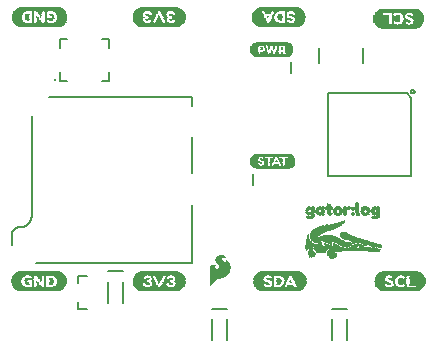
<source format=gto>
G75*
%MOIN*%
%OFA0B0*%
%FSLAX25Y25*%
%IPPOS*%
%LPD*%
%AMOC8*
5,1,8,0,0,1.08239X$1,22.5*
%
%ADD10C,0.00800*%
%ADD11R,0.10748X0.00118*%
%ADD12R,0.11457X0.00118*%
%ADD13R,0.11929X0.00079*%
%ADD14R,0.12402X0.00157*%
%ADD15R,0.12638X0.00118*%
%ADD16R,0.12874X0.00118*%
%ADD17R,0.13110X0.00079*%
%ADD18R,0.04961X0.00118*%
%ADD19R,0.03071X0.00118*%
%ADD20R,0.05079X0.00118*%
%ADD21R,0.02244X0.00157*%
%ADD22R,0.00945X0.00157*%
%ADD23R,0.01181X0.00157*%
%ADD24R,0.00472X0.00157*%
%ADD25R,0.02835X0.00157*%
%ADD26R,0.02244X0.00118*%
%ADD27R,0.00591X0.00118*%
%ADD28R,0.00945X0.00118*%
%ADD29R,0.00354X0.00118*%
%ADD30R,0.02598X0.00118*%
%ADD31R,0.02362X0.00118*%
%ADD32R,0.00472X0.00118*%
%ADD33R,0.00827X0.00118*%
%ADD34R,0.02480X0.00118*%
%ADD35R,0.02480X0.00157*%
%ADD36R,0.00236X0.00157*%
%ADD37R,0.00709X0.00157*%
%ADD38R,0.00354X0.00157*%
%ADD39R,0.00709X0.00118*%
%ADD40R,0.00236X0.00118*%
%ADD41R,0.02598X0.00157*%
%ADD42R,0.00591X0.00157*%
%ADD43R,0.00118X0.00157*%
%ADD44R,0.02717X0.00118*%
%ADD45R,0.02835X0.00118*%
%ADD46R,0.00827X0.00157*%
%ADD47R,0.01299X0.00118*%
%ADD48R,0.01654X0.00118*%
%ADD49R,0.01063X0.00118*%
%ADD50R,0.01063X0.00157*%
%ADD51R,0.01181X0.00118*%
%ADD52R,0.02126X0.00118*%
%ADD53R,0.02126X0.00157*%
%ADD54R,0.01417X0.00118*%
%ADD55R,0.13110X0.00118*%
%ADD56R,0.12402X0.00118*%
%ADD57R,0.11929X0.00118*%
%ADD58R,0.12165X0.00118*%
%ADD59R,0.12638X0.00079*%
%ADD60R,0.13110X0.00157*%
%ADD61R,0.13346X0.00118*%
%ADD62R,0.13583X0.00118*%
%ADD63R,0.13819X0.00079*%
%ADD64R,0.10630X0.00118*%
%ADD65R,0.02008X0.00118*%
%ADD66R,0.02362X0.00157*%
%ADD67R,0.03425X0.00118*%
%ADD68R,0.01535X0.00118*%
%ADD69R,0.03543X0.00118*%
%ADD70R,0.01535X0.00157*%
%ADD71R,0.01299X0.00157*%
%ADD72R,0.03543X0.00157*%
%ADD73R,0.01772X0.00118*%
%ADD74R,0.02717X0.00157*%
%ADD75R,0.02953X0.00118*%
%ADD76R,0.03189X0.00118*%
%ADD77R,0.03661X0.00118*%
%ADD78R,0.03898X0.00157*%
%ADD79R,0.03425X0.00157*%
%ADD80R,0.03307X0.00118*%
%ADD81R,0.01417X0.00157*%
%ADD82R,0.01654X0.00157*%
%ADD83R,0.03189X0.00157*%
%ADD84R,0.13819X0.00118*%
%ADD85C,0.00300*%
%ADD86C,0.01114*%
%ADD87R,0.12756X0.00157*%
%ADD88R,0.13701X0.00157*%
%ADD89R,0.14331X0.00157*%
%ADD90R,0.14961X0.00157*%
%ADD91R,0.15276X0.00157*%
%ADD92R,0.15591X0.00157*%
%ADD93R,0.15906X0.00157*%
%ADD94R,0.03780X0.00157*%
%ADD95R,0.07087X0.00157*%
%ADD96R,0.03465X0.00157*%
%ADD97R,0.01102X0.00157*%
%ADD98R,0.03307X0.00157*%
%ADD99R,0.00787X0.00157*%
%ADD100R,0.00630X0.00157*%
%ADD101R,0.02047X0.00157*%
%ADD102R,0.03150X0.00157*%
%ADD103R,0.01890X0.00157*%
%ADD104R,0.00315X0.00157*%
%ADD105R,0.01732X0.00157*%
%ADD106R,0.01575X0.00157*%
%ADD107R,0.01260X0.00157*%
%ADD108R,0.04409X0.00157*%
%ADD109R,0.03622X0.00157*%
%ADD110R,0.02205X0.00157*%
%ADD111R,0.05039X0.00157*%
%ADD112R,0.00157X0.00157*%
%ADD113R,0.02992X0.00157*%
%ADD114R,0.02520X0.00157*%
%ADD115R,0.14646X0.00157*%
%ADD116R,0.16220X0.00157*%
%ADD117R,0.16535X0.00157*%
%ADD118R,0.16850X0.00157*%
%ADD119R,0.04252X0.00157*%
%ADD120R,0.11969X0.00157*%
%ADD121R,0.04094X0.00157*%
%ADD122R,0.03937X0.00157*%
%ADD123R,0.13071X0.00157*%
%ADD124R,0.14016X0.00157*%
%ADD125R,0.04567X0.00157*%
%ADD126R,0.02677X0.00157*%
%ADD127R,0.04882X0.00157*%
%ADD128R,0.05354X0.00157*%
%ADD129R,0.12126X0.00157*%
%ADD130R,0.05197X0.00157*%
%ADD131R,0.00197X0.00079*%
%ADD132R,0.00315X0.00079*%
%ADD133R,0.00984X0.00079*%
%ADD134R,0.01102X0.00118*%
%ADD135R,0.01181X0.00079*%
%ADD136R,0.01142X0.00118*%
%ADD137R,0.01929X0.00118*%
%ADD138R,0.02047X0.00079*%
%ADD139R,0.02047X0.00118*%
%ADD140R,0.02992X0.00079*%
%ADD141R,0.00394X0.00118*%
%ADD142R,0.02992X0.00118*%
%ADD143R,0.04094X0.00079*%
%ADD144R,0.04055X0.00118*%
%ADD145R,0.00591X0.00079*%
%ADD146R,0.03976X0.00079*%
%ADD147R,0.05236X0.00079*%
%ADD148R,0.05276X0.00118*%
%ADD149R,0.00472X0.00079*%
%ADD150R,0.05276X0.00079*%
%ADD151R,0.06142X0.00118*%
%ADD152R,0.05906X0.00079*%
%ADD153R,0.05827X0.00118*%
%ADD154R,0.06811X0.00079*%
%ADD155R,0.06732X0.00118*%
%ADD156R,0.06614X0.00079*%
%ADD157R,0.06693X0.00118*%
%ADD158R,0.06299X0.00079*%
%ADD159R,0.06417X0.00118*%
%ADD160R,0.06732X0.00079*%
%ADD161R,0.06299X0.00118*%
%ADD162R,0.06417X0.00079*%
%ADD163R,0.06220X0.00118*%
%ADD164R,0.05866X0.00079*%
%ADD165R,0.05630X0.00118*%
%ADD166R,0.05433X0.00079*%
%ADD167R,0.05354X0.00118*%
%ADD168R,0.05039X0.00079*%
%ADD169R,0.04843X0.00118*%
%ADD170R,0.04764X0.00079*%
%ADD171R,0.04449X0.00118*%
%ADD172R,0.00787X0.00118*%
%ADD173R,0.04173X0.00079*%
%ADD174R,0.01260X0.00079*%
%ADD175R,0.04173X0.00118*%
%ADD176R,0.01732X0.00118*%
%ADD177R,0.03819X0.00079*%
%ADD178R,0.01929X0.00079*%
%ADD179R,0.03701X0.00118*%
%ADD180R,0.02323X0.00118*%
%ADD181R,0.03583X0.00079*%
%ADD182R,0.02520X0.00079*%
%ADD183R,0.03425X0.00079*%
%ADD184R,0.02913X0.00079*%
%ADD185R,0.03228X0.00079*%
%ADD186R,0.03110X0.00079*%
%ADD187R,0.00276X0.00118*%
%ADD188R,0.03110X0.00118*%
%ADD189R,0.00276X0.00079*%
%ADD190R,0.03031X0.00079*%
%ADD191R,0.03504X0.00079*%
%ADD192R,0.02913X0.00118*%
%ADD193R,0.03583X0.00118*%
%ADD194R,0.00394X0.00079*%
%ADD195R,0.02835X0.00079*%
%ADD196R,0.03701X0.00079*%
%ADD197R,0.03465X0.00118*%
%ADD198R,0.04094X0.00118*%
%ADD199R,0.02638X0.00079*%
%ADD200R,0.04291X0.00079*%
%ADD201R,0.02520X0.00118*%
%ADD202R,0.04370X0.00118*%
%ADD203R,0.05354X0.00079*%
%ADD204R,0.04961X0.00079*%
%ADD205R,0.02362X0.00079*%
%ADD206R,0.05945X0.00079*%
%ADD207R,0.05118X0.00079*%
%ADD208R,0.00669X0.00118*%
%ADD209R,0.06614X0.00118*%
%ADD210R,0.05433X0.00118*%
%ADD211R,0.00669X0.00079*%
%ADD212R,0.09331X0.00079*%
%ADD213R,0.05551X0.00079*%
%ADD214R,0.00748X0.00118*%
%ADD215R,0.09528X0.00118*%
%ADD216R,0.05669X0.00118*%
%ADD217R,0.00748X0.00079*%
%ADD218R,0.09724X0.00079*%
%ADD219R,0.06024X0.00079*%
%ADD220R,0.00866X0.00118*%
%ADD221R,0.09724X0.00118*%
%ADD222R,0.10000X0.00079*%
%ADD223R,0.01142X0.00079*%
%ADD224R,0.10039X0.00079*%
%ADD225R,0.10000X0.00118*%
%ADD226R,0.05157X0.00118*%
%ADD227R,0.10276X0.00079*%
%ADD228R,0.01260X0.00118*%
%ADD229R,0.10394X0.00118*%
%ADD230R,0.05236X0.00118*%
%ADD231R,0.05157X0.00079*%
%ADD232R,0.01339X0.00118*%
%ADD233R,0.05551X0.00118*%
%ADD234R,0.01457X0.00079*%
%ADD235R,0.05827X0.00079*%
%ADD236R,0.01575X0.00118*%
%ADD237R,0.02441X0.00118*%
%ADD238R,0.03504X0.00118*%
%ADD239R,0.05866X0.00118*%
%ADD240R,0.01772X0.00079*%
%ADD241R,0.02717X0.00079*%
%ADD242R,0.02323X0.00079*%
%ADD243R,0.03780X0.00079*%
%ADD244R,0.01850X0.00118*%
%ADD245R,0.02638X0.00118*%
%ADD246R,0.00315X0.00118*%
%ADD247R,0.06496X0.00118*%
%ADD248R,0.01969X0.00079*%
%ADD249R,0.02441X0.00079*%
%ADD250R,0.01850X0.00079*%
%ADD251R,0.03858X0.00079*%
%ADD252R,0.06693X0.00079*%
%ADD253R,0.02165X0.00118*%
%ADD254R,0.07205X0.00118*%
%ADD255R,0.04921X0.00079*%
%ADD256R,0.04409X0.00079*%
%ADD257R,0.00984X0.00118*%
%ADD258R,0.04488X0.00118*%
%ADD259R,0.02795X0.00079*%
%ADD260R,0.01378X0.00079*%
%ADD261R,0.00866X0.00079*%
%ADD262R,0.04685X0.00079*%
%ADD263R,0.00906X0.00118*%
%ADD264R,0.04567X0.00118*%
%ADD265R,0.00945X0.00079*%
%ADD266R,0.00787X0.00079*%
%ADD267R,0.04449X0.00079*%
%ADD268R,0.01811X0.00079*%
%ADD269R,0.04882X0.00079*%
%ADD270R,0.00906X0.00079*%
%ADD271R,0.04370X0.00079*%
%ADD272R,0.05039X0.00118*%
%ADD273R,0.01535X0.00079*%
%ADD274R,0.04055X0.00079*%
%ADD275R,0.03228X0.00118*%
%ADD276R,0.03780X0.00118*%
%ADD277R,0.03386X0.00079*%
%ADD278R,0.01969X0.00118*%
%ADD279R,0.03622X0.00079*%
%ADD280R,0.01457X0.00118*%
%ADD281R,0.08937X0.00079*%
%ADD282R,0.09134X0.00118*%
%ADD283R,0.09252X0.00079*%
%ADD284R,0.02126X0.00079*%
%ADD285R,0.01654X0.00079*%
%ADD286R,0.09843X0.00118*%
%ADD287R,0.09921X0.00079*%
%ADD288R,0.00079X0.00079*%
%ADD289R,0.10512X0.00118*%
%ADD290R,0.03031X0.00118*%
%ADD291R,0.04685X0.00118*%
%ADD292R,0.14488X0.00079*%
%ADD293R,0.06142X0.00079*%
%ADD294R,0.00709X0.00079*%
%ADD295R,0.01496X0.00079*%
%ADD296R,0.14685X0.00079*%
%ADD297R,0.01496X0.00118*%
%ADD298R,0.16811X0.00118*%
%ADD299R,0.04646X0.00079*%
%ADD300R,0.16890X0.00079*%
%ADD301R,0.00512X0.00118*%
%ADD302R,0.17008X0.00118*%
%ADD303R,0.01299X0.00079*%
%ADD304R,0.17205X0.00079*%
%ADD305R,0.17323X0.00118*%
%ADD306R,0.17402X0.00079*%
%ADD307R,0.03622X0.00118*%
%ADD308R,0.17402X0.00118*%
%ADD309R,0.01378X0.00118*%
%ADD310R,0.03386X0.00118*%
%ADD311R,0.02008X0.00079*%
%ADD312R,0.03150X0.00079*%
%ADD313R,0.02205X0.00079*%
%ADD314R,0.03150X0.00118*%
%ADD315R,0.02756X0.00079*%
%ADD316R,0.02559X0.00079*%
%ADD317R,0.00197X0.00118*%
D10*
X0238794Y0307857D02*
X0238794Y0314943D01*
X0238794Y0318369D02*
X0243716Y0318369D01*
X0243716Y0314943D02*
X0243716Y0307857D01*
X0232255Y0333782D02*
X0232255Y0353073D01*
X0232255Y0363703D02*
X0232255Y0375514D01*
X0232255Y0386144D02*
X0232255Y0388900D01*
X0184617Y0388900D01*
X0187987Y0394313D02*
X0187987Y0397463D01*
X0187987Y0394313D02*
X0190428Y0394313D01*
X0187987Y0405337D02*
X0187987Y0408487D01*
X0190428Y0408487D01*
X0202082Y0408487D02*
X0204523Y0408487D01*
X0204523Y0405337D01*
X0204523Y0397463D02*
X0204523Y0394313D01*
X0202082Y0394313D01*
X0178712Y0382601D02*
X0178712Y0349530D01*
X0178707Y0349404D01*
X0178698Y0349279D01*
X0178685Y0349154D01*
X0178668Y0349030D01*
X0178648Y0348906D01*
X0178624Y0348783D01*
X0178596Y0348661D01*
X0178564Y0348540D01*
X0178528Y0348420D01*
X0178489Y0348301D01*
X0178446Y0348183D01*
X0178399Y0348067D01*
X0178349Y0347952D01*
X0178295Y0347838D01*
X0178237Y0347727D01*
X0178177Y0347617D01*
X0178112Y0347510D01*
X0178045Y0347404D01*
X0177974Y0347300D01*
X0177900Y0347199D01*
X0177823Y0347100D01*
X0177743Y0347003D01*
X0177660Y0346909D01*
X0177575Y0346818D01*
X0177486Y0346729D01*
X0177395Y0346644D01*
X0177301Y0346561D01*
X0177204Y0346481D01*
X0177105Y0346404D01*
X0177004Y0346330D01*
X0176900Y0346259D01*
X0176794Y0346192D01*
X0176687Y0346127D01*
X0176577Y0346067D01*
X0176466Y0346009D01*
X0176352Y0345955D01*
X0176237Y0345905D01*
X0176121Y0345858D01*
X0176003Y0345815D01*
X0175884Y0345776D01*
X0175764Y0345740D01*
X0175643Y0345708D01*
X0175521Y0345680D01*
X0175398Y0345656D01*
X0175274Y0345636D01*
X0175150Y0345619D01*
X0175025Y0345606D01*
X0174900Y0345597D01*
X0174774Y0345592D01*
X0174775Y0345593D02*
X0174674Y0345599D01*
X0174574Y0345601D01*
X0174473Y0345599D01*
X0174373Y0345593D01*
X0174273Y0345583D01*
X0174173Y0345569D01*
X0174074Y0345551D01*
X0173976Y0345529D01*
X0173879Y0345504D01*
X0173782Y0345475D01*
X0173687Y0345442D01*
X0173594Y0345405D01*
X0173502Y0345364D01*
X0173411Y0345320D01*
X0173322Y0345273D01*
X0173236Y0345222D01*
X0173151Y0345168D01*
X0173068Y0345110D01*
X0172988Y0345050D01*
X0172911Y0344986D01*
X0172835Y0344919D01*
X0172763Y0344849D01*
X0172693Y0344777D01*
X0172626Y0344701D01*
X0172562Y0344624D01*
X0172502Y0344544D01*
X0172444Y0344461D01*
X0172390Y0344376D01*
X0172339Y0344290D01*
X0172292Y0344201D01*
X0172248Y0344110D01*
X0172207Y0344018D01*
X0172170Y0343925D01*
X0172137Y0343830D01*
X0172108Y0343733D01*
X0172083Y0343636D01*
X0172061Y0343538D01*
X0172043Y0343439D01*
X0172029Y0343339D01*
X0172019Y0343239D01*
X0172013Y0343139D01*
X0172011Y0343038D01*
X0172013Y0342938D01*
X0172019Y0342837D01*
X0172019Y0339687D01*
X0180287Y0333782D02*
X0232255Y0333782D01*
X0209216Y0330869D02*
X0204294Y0330869D01*
X0204294Y0327443D02*
X0204294Y0320357D01*
X0209216Y0320357D02*
X0209216Y0327443D01*
X0197149Y0329412D02*
X0193999Y0329412D01*
X0193999Y0327050D01*
X0193999Y0320750D02*
X0193999Y0318388D01*
X0197149Y0318388D01*
X0252505Y0359525D02*
X0252505Y0363275D01*
X0277456Y0362601D02*
X0277456Y0390199D01*
X0303657Y0390199D01*
X0305054Y0388802D01*
X0305054Y0362601D01*
X0277456Y0362601D01*
X0305155Y0390800D02*
X0305157Y0390849D01*
X0305163Y0390897D01*
X0305173Y0390945D01*
X0305187Y0390992D01*
X0305204Y0391038D01*
X0305225Y0391082D01*
X0305250Y0391124D01*
X0305278Y0391164D01*
X0305310Y0391202D01*
X0305344Y0391237D01*
X0305381Y0391269D01*
X0305420Y0391298D01*
X0305462Y0391324D01*
X0305506Y0391346D01*
X0305551Y0391364D01*
X0305598Y0391379D01*
X0305645Y0391390D01*
X0305694Y0391397D01*
X0305743Y0391400D01*
X0305792Y0391399D01*
X0305840Y0391394D01*
X0305889Y0391385D01*
X0305936Y0391372D01*
X0305982Y0391355D01*
X0306026Y0391335D01*
X0306069Y0391311D01*
X0306110Y0391284D01*
X0306148Y0391253D01*
X0306184Y0391220D01*
X0306216Y0391184D01*
X0306246Y0391145D01*
X0306273Y0391104D01*
X0306296Y0391060D01*
X0306315Y0391015D01*
X0306331Y0390969D01*
X0306343Y0390922D01*
X0306351Y0390873D01*
X0306355Y0390824D01*
X0306355Y0390776D01*
X0306351Y0390727D01*
X0306343Y0390678D01*
X0306331Y0390631D01*
X0306315Y0390585D01*
X0306296Y0390540D01*
X0306273Y0390496D01*
X0306246Y0390455D01*
X0306216Y0390416D01*
X0306184Y0390380D01*
X0306148Y0390347D01*
X0306110Y0390316D01*
X0306069Y0390289D01*
X0306026Y0390265D01*
X0305982Y0390245D01*
X0305936Y0390228D01*
X0305889Y0390215D01*
X0305840Y0390206D01*
X0305792Y0390201D01*
X0305743Y0390200D01*
X0305694Y0390203D01*
X0305645Y0390210D01*
X0305598Y0390221D01*
X0305551Y0390236D01*
X0305506Y0390254D01*
X0305462Y0390276D01*
X0305420Y0390302D01*
X0305381Y0390331D01*
X0305344Y0390363D01*
X0305310Y0390398D01*
X0305278Y0390436D01*
X0305250Y0390476D01*
X0305225Y0390518D01*
X0305204Y0390562D01*
X0305187Y0390608D01*
X0305173Y0390655D01*
X0305163Y0390703D01*
X0305157Y0390751D01*
X0305155Y0390800D01*
X0289122Y0400381D02*
X0289122Y0405499D01*
X0274358Y0405499D02*
X0274358Y0400381D01*
X0265005Y0400775D02*
X0265005Y0397025D01*
X0278794Y0318369D02*
X0283716Y0318369D01*
X0283716Y0314943D02*
X0283716Y0307857D01*
X0278794Y0307857D02*
X0278794Y0314943D01*
D11*
X0258737Y0402257D03*
X0258737Y0406943D03*
D12*
X0258737Y0406824D03*
X0258737Y0402376D03*
X0259109Y0369743D03*
X0259109Y0365057D03*
D13*
X0258737Y0406726D03*
D14*
X0258737Y0406608D03*
D15*
X0258737Y0406470D03*
X0258737Y0402691D03*
X0259109Y0365294D03*
D16*
X0258737Y0402809D03*
X0258737Y0406352D03*
D17*
X0258737Y0406254D03*
D18*
X0254544Y0406155D03*
X0284212Y0342128D03*
X0282755Y0340081D03*
D19*
X0258678Y0406155D03*
D20*
X0262871Y0406155D03*
D21*
X0253068Y0406017D03*
X0253068Y0403183D03*
D22*
X0255371Y0405072D03*
X0256316Y0406017D03*
X0256670Y0404128D03*
X0262221Y0405072D03*
X0262221Y0403183D03*
X0261751Y0414455D03*
X0263641Y0414455D03*
X0265058Y0414455D03*
X0265058Y0416502D03*
X0263641Y0417290D03*
X0260019Y0417132D03*
X0259074Y0415085D03*
X0259074Y0414928D03*
X0223368Y0414928D03*
X0185816Y0415243D03*
X0185816Y0415400D03*
X0185816Y0415557D03*
X0185816Y0415715D03*
X0183453Y0417290D03*
X0181564Y0416502D03*
X0180934Y0414613D03*
X0180934Y0414455D03*
X0177469Y0414455D03*
X0259641Y0368817D03*
X0271294Y0352187D03*
X0270507Y0350928D03*
X0270507Y0350770D03*
X0270507Y0350613D03*
X0273814Y0350613D03*
X0273814Y0350928D03*
X0277594Y0353132D03*
X0278224Y0349353D03*
X0284365Y0352187D03*
X0288932Y0350928D03*
X0288932Y0350613D03*
X0294287Y0349353D03*
X0297952Y0328345D03*
X0299527Y0328502D03*
X0297952Y0326298D03*
X0303306Y0325510D03*
X0263436Y0327715D03*
X0263436Y0327872D03*
X0262491Y0325668D03*
X0260759Y0328345D03*
X0258869Y0328345D03*
X0257452Y0328345D03*
X0257452Y0326298D03*
X0258869Y0325510D03*
X0219142Y0327872D03*
X0185041Y0328345D03*
X0181576Y0328345D03*
X0181576Y0328187D03*
X0180946Y0326298D03*
X0179057Y0325510D03*
X0176694Y0327085D03*
X0176694Y0327243D03*
X0176694Y0327400D03*
X0176694Y0327557D03*
X0299204Y0416790D03*
X0302983Y0413798D03*
X0304558Y0413955D03*
X0304558Y0416002D03*
D23*
X0260450Y0403183D03*
X0259505Y0406017D03*
X0257851Y0406017D03*
X0260350Y0366455D03*
D24*
X0262121Y0365983D03*
X0261058Y0368345D03*
X0256098Y0368817D03*
X0270743Y0349038D03*
X0285704Y0351085D03*
X0299448Y0327400D03*
X0299448Y0327243D03*
X0299605Y0326928D03*
X0299605Y0326770D03*
X0299605Y0326613D03*
X0303385Y0326298D03*
X0303385Y0326140D03*
X0303385Y0325668D03*
X0303385Y0328502D03*
X0303385Y0328975D03*
X0264932Y0327243D03*
X0263200Y0326928D03*
X0263042Y0326613D03*
X0263042Y0326455D03*
X0262885Y0326298D03*
X0259105Y0326298D03*
X0259105Y0326455D03*
X0259105Y0326140D03*
X0259105Y0325983D03*
X0259105Y0326770D03*
X0259105Y0326928D03*
X0259105Y0327085D03*
X0259105Y0327243D03*
X0223630Y0328817D03*
X0221268Y0327243D03*
X0221268Y0327085D03*
X0219063Y0328502D03*
X0218905Y0328817D03*
X0183230Y0328817D03*
X0183230Y0328660D03*
X0183230Y0328502D03*
X0183230Y0328345D03*
X0183230Y0328187D03*
X0183230Y0328030D03*
X0183230Y0327872D03*
X0183230Y0327715D03*
X0183230Y0327557D03*
X0183230Y0327400D03*
X0183230Y0327243D03*
X0183230Y0327085D03*
X0183230Y0326928D03*
X0183230Y0326770D03*
X0183230Y0326613D03*
X0183230Y0326455D03*
X0183230Y0326298D03*
X0183230Y0326140D03*
X0183230Y0325983D03*
X0183230Y0325825D03*
X0183230Y0325668D03*
X0181813Y0327557D03*
X0181813Y0327715D03*
X0180710Y0326928D03*
X0179135Y0326928D03*
X0179135Y0327085D03*
X0179135Y0327243D03*
X0179135Y0327400D03*
X0179135Y0327557D03*
X0179135Y0326770D03*
X0179135Y0326613D03*
X0179135Y0326455D03*
X0179135Y0326298D03*
X0179135Y0326140D03*
X0179135Y0325983D03*
X0179135Y0325825D03*
X0183230Y0328975D03*
X0183230Y0329132D03*
X0256788Y0404600D03*
X0257851Y0405072D03*
X0258678Y0404128D03*
X0259505Y0405072D03*
X0260804Y0406017D03*
X0263405Y0415557D03*
X0263405Y0415715D03*
X0263405Y0415872D03*
X0263405Y0416030D03*
X0263405Y0416345D03*
X0263405Y0416502D03*
X0263405Y0416660D03*
X0263405Y0416817D03*
X0259625Y0416502D03*
X0259468Y0416345D03*
X0259468Y0416187D03*
X0259310Y0415872D03*
X0257578Y0415557D03*
X0223605Y0413983D03*
X0223447Y0414298D03*
X0221242Y0415557D03*
X0221242Y0415715D03*
X0218880Y0413983D03*
X0183375Y0415243D03*
X0183375Y0415400D03*
X0183375Y0415557D03*
X0183375Y0415715D03*
X0183375Y0415872D03*
X0183375Y0416030D03*
X0183375Y0416187D03*
X0183375Y0416345D03*
X0183375Y0416502D03*
X0183375Y0416660D03*
X0183375Y0416817D03*
X0183375Y0416975D03*
X0181800Y0415872D03*
X0180698Y0415243D03*
X0180698Y0415085D03*
X0179280Y0415085D03*
X0179280Y0414928D03*
X0179280Y0414770D03*
X0179280Y0414613D03*
X0179280Y0414455D03*
X0179280Y0414298D03*
X0179280Y0414140D03*
X0179280Y0413983D03*
X0179280Y0413825D03*
X0179280Y0413668D03*
X0179280Y0415243D03*
X0179280Y0415400D03*
X0179280Y0415557D03*
X0179280Y0415715D03*
X0179280Y0415872D03*
X0179280Y0416030D03*
X0179280Y0416187D03*
X0179280Y0416345D03*
X0179280Y0416502D03*
X0179280Y0416660D03*
X0179280Y0416817D03*
X0179280Y0416975D03*
X0179280Y0417132D03*
X0299125Y0416632D03*
X0299125Y0416160D03*
X0299125Y0416002D03*
X0299125Y0413798D03*
X0299125Y0413325D03*
X0303062Y0414900D03*
X0303062Y0415057D03*
X0302905Y0415372D03*
X0302905Y0415530D03*
X0302905Y0415687D03*
D25*
X0300306Y0415530D03*
X0300306Y0415372D03*
X0300306Y0415215D03*
X0300306Y0415057D03*
X0300306Y0414900D03*
X0300306Y0414743D03*
X0300306Y0414585D03*
X0300306Y0414428D03*
X0294637Y0416947D03*
X0294479Y0416790D03*
X0294479Y0416632D03*
X0264111Y0406017D03*
X0264465Y0404128D03*
X0254035Y0417132D03*
X0254035Y0417290D03*
X0271609Y0351557D03*
X0271609Y0350140D03*
X0271609Y0349983D03*
X0274916Y0349983D03*
X0274916Y0351557D03*
X0280743Y0351557D03*
X0280743Y0351400D03*
X0280743Y0350140D03*
X0280743Y0349983D03*
X0293342Y0350140D03*
X0293342Y0350298D03*
X0293342Y0351400D03*
X0293342Y0351557D03*
X0302204Y0327872D03*
X0302204Y0327715D03*
X0302204Y0327557D03*
X0302204Y0327400D03*
X0302204Y0327243D03*
X0302204Y0327085D03*
X0302204Y0326928D03*
X0302204Y0326770D03*
X0307873Y0325353D03*
X0308031Y0325510D03*
X0308031Y0325668D03*
X0268476Y0325668D03*
X0268476Y0325510D03*
X0177954Y0328187D03*
X0184556Y0414613D03*
D26*
X0253068Y0405880D03*
X0253068Y0403320D03*
X0253186Y0403045D03*
X0264288Y0403045D03*
X0264524Y0403439D03*
X0264524Y0403517D03*
X0265251Y0368483D03*
X0256275Y0367735D03*
X0252968Y0366317D03*
X0277696Y0339215D03*
X0285964Y0338624D03*
D27*
X0287578Y0339884D03*
X0283877Y0338821D03*
X0279507Y0339884D03*
X0270846Y0342128D03*
X0270846Y0342325D03*
X0279979Y0346695D03*
X0262062Y0366317D03*
X0259582Y0368483D03*
X0259582Y0368601D03*
X0255212Y0366593D03*
X0256729Y0404462D03*
X0257792Y0405328D03*
X0256375Y0405880D03*
X0260745Y0404935D03*
X0260745Y0404817D03*
D28*
X0260568Y0403990D03*
X0260568Y0403872D03*
X0262221Y0403320D03*
X0262221Y0404935D03*
X0259505Y0405801D03*
X0259505Y0405880D03*
X0257851Y0405880D03*
X0257851Y0405801D03*
X0258678Y0403439D03*
X0258678Y0403320D03*
X0255371Y0404817D03*
X0255371Y0404935D03*
X0255371Y0405210D03*
X0255153Y0366790D03*
X0258578Y0366790D03*
X0258578Y0366672D03*
X0258460Y0365845D03*
X0261885Y0367065D03*
X0261885Y0367183D03*
D29*
X0260291Y0367262D03*
X0256157Y0368680D03*
X0255212Y0368207D03*
X0277263Y0346302D03*
X0260863Y0405683D03*
X0260863Y0405801D03*
X0260863Y0405880D03*
X0257792Y0404935D03*
X0256729Y0404935D03*
X0256729Y0404817D03*
X0256611Y0405407D03*
X0256493Y0405683D03*
D30*
X0256198Y0403439D03*
X0256198Y0403320D03*
X0252891Y0403990D03*
X0252891Y0404265D03*
X0252891Y0404383D03*
X0252891Y0404462D03*
X0252891Y0404738D03*
X0252891Y0404817D03*
X0252891Y0404935D03*
X0252891Y0405210D03*
X0264229Y0405880D03*
X0264347Y0405801D03*
X0264583Y0404462D03*
X0264465Y0403872D03*
X0252909Y0367735D03*
X0252909Y0367617D03*
X0253381Y0365845D03*
X0287519Y0339609D03*
D31*
X0274251Y0340278D03*
X0272794Y0341931D03*
X0272794Y0342128D03*
X0271141Y0338821D03*
X0253145Y0366120D03*
X0253027Y0366239D03*
X0252909Y0366593D03*
X0252909Y0368128D03*
X0253027Y0368483D03*
X0253009Y0403439D03*
X0253009Y0403517D03*
X0253009Y0405683D03*
X0253009Y0405801D03*
X0256079Y0403793D03*
D32*
X0256788Y0404738D03*
X0256434Y0405801D03*
X0257851Y0405210D03*
X0258678Y0403990D03*
X0258678Y0403872D03*
X0259505Y0404935D03*
X0259505Y0405210D03*
X0260804Y0405210D03*
X0260804Y0405328D03*
X0260804Y0405407D03*
X0260940Y0368680D03*
X0260940Y0368601D03*
X0261058Y0368483D03*
X0260350Y0367183D03*
X0262121Y0366239D03*
X0262121Y0366120D03*
X0278385Y0339884D03*
X0278385Y0335042D03*
X0293149Y0338428D03*
D33*
X0262062Y0365845D03*
X0261944Y0366790D03*
X0258519Y0366593D03*
X0255212Y0366672D03*
X0262162Y0403439D03*
X0262162Y0403517D03*
X0262162Y0404738D03*
X0262162Y0404817D03*
X0262162Y0405210D03*
X0260627Y0404383D03*
X0260627Y0404265D03*
X0259446Y0405683D03*
X0257792Y0405683D03*
X0256729Y0404265D03*
X0255312Y0404738D03*
D34*
X0256139Y0403517D03*
X0252950Y0403793D03*
X0252950Y0403872D03*
X0252950Y0405328D03*
X0252950Y0405407D03*
X0264406Y0405683D03*
X0264524Y0405407D03*
X0264524Y0405328D03*
X0264642Y0405210D03*
X0264642Y0404935D03*
X0264642Y0404817D03*
X0264642Y0404738D03*
X0264524Y0403793D03*
X0256157Y0368010D03*
X0253204Y0368680D03*
X0253086Y0368601D03*
X0252968Y0368207D03*
X0252850Y0368010D03*
X0252968Y0366672D03*
D35*
X0253204Y0365983D03*
X0252968Y0368345D03*
X0256157Y0367872D03*
X0256139Y0403655D03*
X0252950Y0403655D03*
X0252950Y0405545D03*
X0264524Y0405545D03*
X0264642Y0405072D03*
X0264524Y0403655D03*
D36*
X0259505Y0404600D03*
X0256552Y0405545D03*
X0260350Y0367400D03*
D37*
X0260940Y0368817D03*
X0258460Y0365983D03*
X0258678Y0403655D03*
X0259505Y0405545D03*
X0260686Y0404600D03*
X0262103Y0403655D03*
X0257851Y0405545D03*
D38*
X0256729Y0405072D03*
X0260863Y0405545D03*
X0256275Y0368345D03*
D39*
X0255271Y0368128D03*
X0258460Y0366317D03*
X0258460Y0366239D03*
X0258460Y0366120D03*
X0259641Y0368680D03*
X0262003Y0366672D03*
X0262003Y0366593D03*
X0282952Y0347483D03*
X0270511Y0338152D03*
X0262103Y0403793D03*
X0262103Y0405328D03*
X0260686Y0404738D03*
X0260686Y0404462D03*
X0259505Y0405328D03*
X0259505Y0405407D03*
X0257851Y0405407D03*
X0256788Y0404383D03*
X0255253Y0405328D03*
X0258678Y0403793D03*
X0258678Y0403517D03*
D40*
X0258678Y0404265D03*
X0258678Y0404383D03*
X0258678Y0404462D03*
X0259505Y0404738D03*
X0259505Y0404817D03*
X0257851Y0404817D03*
X0257851Y0404738D03*
X0256670Y0405210D03*
X0256670Y0405328D03*
X0256216Y0368601D03*
X0256216Y0368483D03*
X0260350Y0367538D03*
D41*
X0253263Y0368817D03*
X0252909Y0367872D03*
X0256198Y0403183D03*
X0252891Y0404128D03*
X0252891Y0404600D03*
X0252891Y0405072D03*
X0264583Y0404600D03*
D42*
X0260745Y0405072D03*
X0259464Y0368345D03*
X0262062Y0366455D03*
D43*
X0257792Y0404600D03*
D44*
X0264524Y0404383D03*
X0264524Y0403990D03*
X0252968Y0367538D03*
X0252968Y0366790D03*
X0272972Y0342522D03*
X0273759Y0340672D03*
X0278523Y0337168D03*
X0278523Y0336774D03*
X0282893Y0343191D03*
D45*
X0278976Y0335908D03*
X0293936Y0339018D03*
X0253499Y0368955D03*
X0256198Y0403045D03*
X0264465Y0404265D03*
D46*
X0260627Y0404128D03*
X0261944Y0366928D03*
X0258519Y0366455D03*
D47*
X0258755Y0367538D03*
X0260291Y0366317D03*
X0261708Y0367735D03*
X0256747Y0366120D03*
X0271672Y0337955D03*
X0271672Y0337758D03*
X0271672Y0337561D03*
X0258619Y0403045D03*
X0256611Y0403990D03*
D48*
X0256434Y0403872D03*
X0258932Y0368207D03*
X0258932Y0368128D03*
X0277794Y0340278D03*
X0277401Y0339412D03*
X0274684Y0340081D03*
D49*
X0278090Y0340081D03*
X0261826Y0367262D03*
X0258637Y0367065D03*
X0256865Y0367065D03*
X0256865Y0366790D03*
X0256865Y0366672D03*
X0256865Y0366593D03*
X0260509Y0403517D03*
X0260509Y0403793D03*
D50*
X0260509Y0403655D03*
X0258619Y0403183D03*
X0261826Y0367400D03*
X0258637Y0366928D03*
X0256865Y0366928D03*
X0256865Y0366455D03*
D51*
X0256806Y0366317D03*
X0256806Y0366239D03*
X0256806Y0367183D03*
X0256806Y0367262D03*
X0258696Y0367262D03*
X0258696Y0367183D03*
X0261767Y0367538D03*
X0261767Y0367617D03*
X0262221Y0403045D03*
X0260450Y0403320D03*
X0260450Y0403439D03*
D52*
X0264465Y0403320D03*
X0265310Y0368601D03*
X0271928Y0337168D03*
X0272007Y0335908D03*
D53*
X0265192Y0368817D03*
X0264465Y0403183D03*
D54*
X0260450Y0403045D03*
X0261649Y0368207D03*
X0261649Y0368128D03*
X0261649Y0368010D03*
X0260350Y0366239D03*
X0258814Y0367617D03*
X0258814Y0367735D03*
X0256688Y0367538D03*
X0256688Y0368128D03*
X0256688Y0368207D03*
D55*
X0259109Y0365412D03*
X0258737Y0402927D03*
D56*
X0258737Y0402612D03*
D57*
X0258737Y0402494D03*
D58*
X0259109Y0369624D03*
X0259109Y0365176D03*
D59*
X0259109Y0369526D03*
D60*
X0259109Y0369408D03*
D61*
X0259109Y0369270D03*
X0259109Y0365491D03*
D62*
X0259109Y0365609D03*
X0259109Y0369152D03*
D63*
X0259109Y0369054D03*
D64*
X0260822Y0368955D03*
D65*
X0265251Y0368680D03*
X0289074Y0338624D03*
D66*
X0293263Y0348565D03*
X0293578Y0349668D03*
X0293578Y0352030D03*
X0289956Y0351872D03*
X0283814Y0351872D03*
X0283814Y0351715D03*
X0283814Y0351557D03*
X0283814Y0352030D03*
X0277830Y0352030D03*
X0277830Y0351872D03*
X0277830Y0351715D03*
X0277830Y0351557D03*
X0277830Y0351400D03*
X0275153Y0352030D03*
X0275153Y0349510D03*
X0271846Y0349510D03*
X0265310Y0368345D03*
X0252909Y0366455D03*
X0258161Y0328187D03*
X0264932Y0325353D03*
X0298661Y0328187D03*
X0299920Y0329290D03*
X0223630Y0327085D03*
X0221268Y0329132D03*
X0221268Y0329290D03*
X0221242Y0413510D03*
X0221242Y0413668D03*
X0218880Y0415715D03*
X0257578Y0417447D03*
X0264350Y0414613D03*
X0302590Y0413010D03*
X0303850Y0414113D03*
D67*
X0264779Y0368207D03*
X0264779Y0368128D03*
X0264779Y0366672D03*
X0264779Y0366593D03*
X0273326Y0343191D03*
D68*
X0288838Y0338821D03*
X0260291Y0366120D03*
X0258873Y0368010D03*
D69*
X0264838Y0368010D03*
X0264838Y0367735D03*
X0264838Y0367617D03*
X0264838Y0367538D03*
X0264838Y0367262D03*
X0264838Y0367183D03*
X0264838Y0367065D03*
X0264838Y0366790D03*
D70*
X0258873Y0367872D03*
D71*
X0258755Y0367400D03*
X0256747Y0367400D03*
X0261708Y0367872D03*
D72*
X0264838Y0367872D03*
X0264838Y0367400D03*
X0264838Y0366928D03*
D73*
X0260291Y0365845D03*
X0256629Y0365845D03*
X0256511Y0367617D03*
D74*
X0252968Y0367400D03*
D75*
X0253086Y0367262D03*
X0278916Y0336105D03*
D76*
X0283523Y0339215D03*
X0264542Y0365845D03*
X0264661Y0366120D03*
X0253204Y0367183D03*
D77*
X0253440Y0367065D03*
D78*
X0253558Y0366928D03*
D79*
X0264779Y0366455D03*
D80*
X0264720Y0366317D03*
X0264720Y0366239D03*
X0283109Y0342916D03*
X0275117Y0337365D03*
D81*
X0278145Y0349510D03*
X0280822Y0352187D03*
X0287436Y0349825D03*
X0287436Y0349668D03*
X0289956Y0349353D03*
X0289956Y0352187D03*
X0272318Y0351243D03*
X0256688Y0365983D03*
X0260995Y0328030D03*
X0260995Y0326613D03*
X0258791Y0325353D03*
X0223000Y0326613D03*
X0221268Y0328187D03*
X0219378Y0327085D03*
X0219535Y0326770D03*
X0219535Y0326613D03*
X0185277Y0326770D03*
X0185277Y0326928D03*
X0185277Y0327872D03*
X0181340Y0328817D03*
X0181340Y0328975D03*
X0181183Y0325668D03*
X0177246Y0326613D03*
X0181170Y0413825D03*
X0181170Y0413983D03*
X0181328Y0417132D03*
X0185265Y0416187D03*
X0177233Y0416030D03*
X0177233Y0415872D03*
X0177233Y0414928D03*
X0219510Y0416187D03*
X0221242Y0414613D03*
X0223132Y0415715D03*
X0222975Y0416030D03*
X0222975Y0416187D03*
X0261515Y0416187D03*
X0261515Y0414770D03*
X0263720Y0417447D03*
X0300700Y0415845D03*
X0301810Y0326455D03*
D82*
X0260350Y0365983D03*
D83*
X0264661Y0365983D03*
D84*
X0259109Y0365727D03*
D85*
X0242818Y0335924D02*
X0242267Y0336199D01*
X0241913Y0336278D01*
X0241519Y0336278D01*
X0241086Y0336199D01*
X0240653Y0335963D01*
X0240298Y0335687D01*
X0240102Y0335372D01*
X0239983Y0335018D01*
X0239983Y0334703D01*
X0240062Y0334349D01*
X0240259Y0333994D01*
X0240535Y0333680D01*
X0240850Y0333325D01*
X0241125Y0333050D01*
X0241243Y0332735D01*
X0241243Y0332459D01*
X0241165Y0332223D01*
X0241007Y0332026D01*
X0240771Y0331869D01*
X0240456Y0331790D01*
X0240141Y0331790D01*
X0239944Y0331829D01*
X0239747Y0331908D01*
X0239511Y0332144D01*
X0239432Y0332262D01*
X0239393Y0332380D01*
X0239393Y0332538D01*
X0239432Y0332656D01*
X0239668Y0332892D01*
X0239787Y0332931D01*
X0239944Y0333010D01*
X0239983Y0333050D01*
X0239826Y0333128D01*
X0239353Y0333128D01*
X0239117Y0333089D01*
X0238920Y0333050D01*
X0238724Y0332971D01*
X0238566Y0332853D01*
X0238369Y0332695D01*
X0238133Y0332302D01*
X0238054Y0332026D01*
X0238015Y0331711D01*
X0238015Y0326317D01*
X0238212Y0326514D01*
X0238330Y0326711D01*
X0238527Y0326908D01*
X0238724Y0327144D01*
X0239196Y0327617D01*
X0239668Y0328168D01*
X0240062Y0328561D01*
X0240456Y0328798D01*
X0240692Y0328837D01*
X0241440Y0328837D01*
X0241913Y0328916D01*
X0242346Y0329034D01*
X0242739Y0329191D01*
X0243133Y0329428D01*
X0243448Y0329703D01*
X0243763Y0330018D01*
X0244039Y0330372D01*
X0244432Y0331081D01*
X0244629Y0331829D01*
X0244668Y0332498D01*
X0244550Y0333128D01*
X0244353Y0333719D01*
X0244078Y0334152D01*
X0243763Y0334506D01*
X0243448Y0334703D01*
X0243448Y0334349D01*
X0243409Y0334231D01*
X0243369Y0334152D01*
X0243251Y0334034D01*
X0243133Y0333994D01*
X0243015Y0333994D01*
X0242700Y0334073D01*
X0242542Y0334152D01*
X0242424Y0334231D01*
X0242267Y0334349D01*
X0242031Y0334585D01*
X0241873Y0334821D01*
X0241834Y0334979D01*
X0241834Y0335215D01*
X0241873Y0335333D01*
X0241913Y0335412D01*
X0241991Y0335530D01*
X0242149Y0335648D01*
X0242306Y0335727D01*
X0242503Y0335766D01*
X0242661Y0335806D01*
X0242897Y0335806D01*
X0242976Y0335766D01*
X0243015Y0335766D01*
X0242976Y0335806D01*
X0242818Y0335924D01*
X0242901Y0335803D02*
X0242978Y0335803D01*
X0242653Y0335803D02*
X0240448Y0335803D01*
X0240184Y0335505D02*
X0241975Y0335505D01*
X0241834Y0335206D02*
X0240046Y0335206D01*
X0239983Y0334908D02*
X0241852Y0334908D01*
X0242014Y0334609D02*
X0240004Y0334609D01*
X0240083Y0334311D02*
X0242317Y0334311D01*
X0242943Y0334012D02*
X0240249Y0334012D01*
X0240505Y0333714D02*
X0244355Y0333714D01*
X0244455Y0333415D02*
X0240769Y0333415D01*
X0241058Y0333117D02*
X0244552Y0333117D01*
X0244608Y0332818D02*
X0241212Y0332818D01*
X0241243Y0332520D02*
X0244664Y0332520D01*
X0244652Y0332221D02*
X0241163Y0332221D01*
X0240852Y0331923D02*
X0244635Y0331923D01*
X0244575Y0331624D02*
X0238015Y0331624D01*
X0238015Y0331326D02*
X0244497Y0331326D01*
X0244402Y0331027D02*
X0238015Y0331027D01*
X0238015Y0330729D02*
X0244237Y0330729D01*
X0244071Y0330430D02*
X0238015Y0330430D01*
X0238015Y0330132D02*
X0243851Y0330132D01*
X0243578Y0329833D02*
X0238015Y0329833D01*
X0238015Y0329535D02*
X0243256Y0329535D01*
X0242814Y0329236D02*
X0238015Y0329236D01*
X0238015Y0328938D02*
X0241993Y0328938D01*
X0240192Y0328639D02*
X0238015Y0328639D01*
X0238015Y0328341D02*
X0239841Y0328341D01*
X0239561Y0328042D02*
X0238015Y0328042D01*
X0238015Y0327744D02*
X0239305Y0327744D01*
X0239025Y0327445D02*
X0238015Y0327445D01*
X0238015Y0327147D02*
X0238726Y0327147D01*
X0238467Y0326848D02*
X0238015Y0326848D01*
X0238015Y0326550D02*
X0238233Y0326550D01*
X0238041Y0331923D02*
X0239732Y0331923D01*
X0239459Y0332221D02*
X0238110Y0332221D01*
X0238264Y0332520D02*
X0239393Y0332520D01*
X0239595Y0332818D02*
X0238523Y0332818D01*
X0239285Y0333117D02*
X0239849Y0333117D01*
X0240908Y0336102D02*
X0242461Y0336102D01*
X0243448Y0334609D02*
X0243598Y0334609D01*
X0243435Y0334311D02*
X0243937Y0334311D01*
X0244167Y0334012D02*
X0243187Y0334012D01*
D86*
X0186609Y0394510D03*
D87*
X0221242Y0412250D03*
X0221242Y0418550D03*
X0221268Y0330550D03*
X0221268Y0324250D03*
D88*
X0221268Y0324408D03*
X0221268Y0330392D03*
X0181183Y0330550D03*
X0181183Y0324250D03*
X0181328Y0412250D03*
X0181328Y0418550D03*
X0221242Y0418392D03*
X0221242Y0412408D03*
X0301015Y0412065D03*
X0301015Y0417735D03*
X0301495Y0330235D03*
X0301495Y0324565D03*
D89*
X0301495Y0324723D03*
X0301495Y0330077D03*
X0221268Y0330235D03*
X0221268Y0324565D03*
X0221242Y0412565D03*
X0221242Y0418235D03*
X0301015Y0417577D03*
X0301015Y0412223D03*
D90*
X0301015Y0412538D03*
X0301015Y0417262D03*
X0221242Y0418077D03*
X0221242Y0412723D03*
X0221268Y0330077D03*
X0221268Y0324723D03*
X0301495Y0325038D03*
X0301495Y0329762D03*
D91*
X0301495Y0329605D03*
X0301495Y0325195D03*
X0261468Y0324723D03*
X0261468Y0330077D03*
X0221268Y0329920D03*
X0221268Y0324880D03*
X0181183Y0324565D03*
X0181183Y0330235D03*
X0181328Y0412565D03*
X0181328Y0418235D03*
X0221242Y0417920D03*
X0221242Y0412880D03*
X0261042Y0412723D03*
X0261042Y0418077D03*
X0301015Y0417105D03*
X0301015Y0412695D03*
D92*
X0261042Y0412880D03*
X0261042Y0417920D03*
X0221242Y0417762D03*
X0221242Y0413038D03*
X0221268Y0329762D03*
X0221268Y0325038D03*
X0261468Y0324880D03*
X0261468Y0329920D03*
D93*
X0261468Y0329762D03*
X0261468Y0325038D03*
X0221268Y0325195D03*
X0221268Y0329605D03*
X0181183Y0330077D03*
X0181183Y0324723D03*
X0181328Y0412723D03*
X0181328Y0418077D03*
X0221242Y0417605D03*
X0221242Y0413195D03*
X0261042Y0413038D03*
X0261042Y0417762D03*
D94*
X0254035Y0416187D03*
X0254035Y0416030D03*
X0267420Y0413353D03*
X0268050Y0415400D03*
X0228093Y0414770D03*
X0227463Y0413353D03*
X0215022Y0413353D03*
X0214392Y0415400D03*
X0188335Y0413825D03*
X0188178Y0413668D03*
X0174477Y0413668D03*
X0174320Y0413825D03*
X0174332Y0329132D03*
X0174175Y0328975D03*
X0188033Y0329132D03*
X0188191Y0328975D03*
X0214417Y0328030D03*
X0215047Y0329447D03*
X0227488Y0329447D03*
X0228118Y0327400D03*
X0254460Y0327400D03*
X0255090Y0329447D03*
X0268476Y0326770D03*
X0268476Y0326613D03*
X0294960Y0327400D03*
X0295590Y0329447D03*
X0306920Y0412853D03*
X0307550Y0414900D03*
D95*
X0296763Y0412853D03*
X0221242Y0413353D03*
X0221268Y0329447D03*
X0305747Y0329447D03*
D96*
X0295275Y0329290D03*
X0294802Y0328187D03*
X0294802Y0328030D03*
X0294802Y0327872D03*
X0294802Y0327715D03*
X0295275Y0325510D03*
X0295432Y0325353D03*
X0268476Y0326298D03*
X0268476Y0326455D03*
X0254775Y0325510D03*
X0254302Y0327872D03*
X0254302Y0328030D03*
X0254302Y0328187D03*
X0228276Y0327872D03*
X0228276Y0327715D03*
X0228276Y0327243D03*
X0228276Y0327085D03*
X0227646Y0325353D03*
X0227803Y0329290D03*
X0214732Y0329290D03*
X0214260Y0328187D03*
X0214260Y0326770D03*
X0214890Y0325353D03*
X0188663Y0326613D03*
X0188505Y0326298D03*
X0188505Y0326140D03*
X0188348Y0325983D03*
X0188663Y0328187D03*
X0188505Y0328502D03*
X0174017Y0328817D03*
X0173860Y0328502D03*
X0173702Y0328187D03*
X0173702Y0328030D03*
X0173702Y0326770D03*
X0173702Y0326613D03*
X0173860Y0326298D03*
X0173860Y0326140D03*
X0174017Y0325983D03*
X0174005Y0414298D03*
X0173847Y0414613D03*
X0173847Y0416187D03*
X0174005Y0416502D03*
X0174005Y0416660D03*
X0174162Y0416817D03*
X0188493Y0416817D03*
X0188650Y0416660D03*
X0188650Y0416502D03*
X0188808Y0416187D03*
X0188808Y0416030D03*
X0188808Y0414770D03*
X0188808Y0414613D03*
X0188650Y0414298D03*
X0188493Y0413983D03*
X0214235Y0414928D03*
X0214235Y0415085D03*
X0214235Y0415557D03*
X0214235Y0415715D03*
X0214865Y0417447D03*
X0214707Y0413510D03*
X0227778Y0413510D03*
X0228250Y0414613D03*
X0228250Y0416030D03*
X0227620Y0417447D03*
X0254035Y0416502D03*
X0254035Y0416345D03*
X0267735Y0417290D03*
X0268208Y0414928D03*
X0268208Y0414770D03*
X0268208Y0414613D03*
X0307078Y0416947D03*
X0307235Y0416790D03*
X0307708Y0414585D03*
X0307708Y0414428D03*
X0307708Y0414270D03*
X0307708Y0414113D03*
X0307235Y0413010D03*
D97*
X0304637Y0415845D03*
X0303377Y0414585D03*
X0303062Y0413955D03*
X0302905Y0413640D03*
X0302747Y0413483D03*
X0300700Y0413955D03*
X0299283Y0413010D03*
X0302747Y0416475D03*
X0265137Y0416345D03*
X0263720Y0413510D03*
X0260098Y0417290D03*
X0225337Y0414770D03*
X0225179Y0414613D03*
X0225179Y0416187D03*
X0225179Y0416345D03*
X0223290Y0415085D03*
X0223762Y0413510D03*
X0221242Y0414928D03*
X0221242Y0415085D03*
X0218723Y0413510D03*
X0217463Y0414770D03*
X0217305Y0414613D03*
X0217305Y0416187D03*
X0217305Y0416345D03*
X0185737Y0415085D03*
X0185107Y0414455D03*
X0181013Y0414298D03*
X0181485Y0416660D03*
X0177391Y0416345D03*
X0177391Y0414613D03*
X0181498Y0328502D03*
X0181025Y0326140D03*
X0185120Y0326455D03*
X0185120Y0328187D03*
X0177403Y0328345D03*
X0176773Y0327715D03*
X0217173Y0328030D03*
X0217331Y0328187D03*
X0217331Y0326613D03*
X0217331Y0326455D03*
X0219220Y0327715D03*
X0218748Y0329290D03*
X0221268Y0327872D03*
X0221268Y0327715D03*
X0223787Y0329290D03*
X0225047Y0328030D03*
X0225205Y0328187D03*
X0225205Y0326613D03*
X0225205Y0326455D03*
X0257373Y0326455D03*
X0258791Y0329290D03*
X0262413Y0325510D03*
X0272318Y0349038D03*
X0272476Y0349195D03*
X0272476Y0349353D03*
X0272476Y0350613D03*
X0272476Y0350770D03*
X0272476Y0350928D03*
X0273735Y0350770D03*
X0273893Y0350455D03*
X0273893Y0351085D03*
X0275783Y0350928D03*
X0275783Y0350770D03*
X0275783Y0350613D03*
X0277672Y0350613D03*
X0277672Y0350770D03*
X0277672Y0350928D03*
X0277672Y0351085D03*
X0277672Y0350455D03*
X0277672Y0350298D03*
X0277672Y0352345D03*
X0277672Y0352502D03*
X0277672Y0352660D03*
X0277672Y0352817D03*
X0277672Y0352975D03*
X0279720Y0351085D03*
X0279720Y0350928D03*
X0279720Y0350770D03*
X0279720Y0350613D03*
X0279720Y0350455D03*
X0281767Y0350455D03*
X0281767Y0350613D03*
X0281767Y0350770D03*
X0281767Y0350928D03*
X0281767Y0351085D03*
X0283184Y0351085D03*
X0283184Y0350928D03*
X0283184Y0350770D03*
X0283184Y0350613D03*
X0283184Y0350455D03*
X0283184Y0350298D03*
X0283184Y0350140D03*
X0283184Y0349983D03*
X0283184Y0349825D03*
X0283184Y0349668D03*
X0283184Y0349510D03*
X0285704Y0349510D03*
X0285704Y0349668D03*
X0285704Y0349825D03*
X0285704Y0349983D03*
X0285704Y0350140D03*
X0285704Y0351243D03*
X0285704Y0351400D03*
X0285704Y0351557D03*
X0285704Y0351715D03*
X0285704Y0351872D03*
X0287121Y0351872D03*
X0287121Y0351715D03*
X0287121Y0351557D03*
X0287121Y0351400D03*
X0287121Y0351243D03*
X0287121Y0351085D03*
X0287121Y0350928D03*
X0287121Y0350770D03*
X0287121Y0350613D03*
X0287121Y0350455D03*
X0287121Y0350298D03*
X0287594Y0349353D03*
X0289011Y0350455D03*
X0288853Y0350770D03*
X0289011Y0351085D03*
X0291058Y0350928D03*
X0291058Y0350770D03*
X0291058Y0350613D03*
X0292318Y0350613D03*
X0292318Y0350770D03*
X0292318Y0350928D03*
X0292318Y0351085D03*
X0294208Y0351085D03*
X0294208Y0350928D03*
X0294208Y0350770D03*
X0294208Y0350613D03*
X0294208Y0349195D03*
X0294208Y0349038D03*
X0287121Y0352030D03*
X0287121Y0352187D03*
X0287121Y0352345D03*
X0287121Y0352502D03*
X0287121Y0352660D03*
X0287121Y0352817D03*
X0287121Y0352975D03*
X0287121Y0353132D03*
X0287121Y0353290D03*
X0287121Y0353447D03*
X0270586Y0351085D03*
X0270586Y0350455D03*
X0299605Y0328660D03*
X0299763Y0328817D03*
X0299448Y0328345D03*
X0299133Y0327715D03*
X0297873Y0326455D03*
X0299763Y0325825D03*
X0301810Y0328345D03*
X0303228Y0329290D03*
D98*
X0299920Y0329447D03*
X0295196Y0329132D03*
X0295039Y0328975D03*
X0295039Y0328817D03*
X0294881Y0328660D03*
X0294881Y0328502D03*
X0294881Y0328345D03*
X0294881Y0326455D03*
X0294881Y0326298D03*
X0268554Y0326140D03*
X0254539Y0325825D03*
X0254381Y0326140D03*
X0254381Y0326298D03*
X0254381Y0326455D03*
X0254381Y0328345D03*
X0254381Y0328502D03*
X0254381Y0328660D03*
X0254539Y0328817D03*
X0254539Y0328975D03*
X0254696Y0329132D03*
X0228354Y0328187D03*
X0228354Y0328030D03*
X0228197Y0328660D03*
X0228039Y0328975D03*
X0227882Y0329132D03*
X0228354Y0326928D03*
X0228354Y0326770D03*
X0228354Y0326613D03*
X0227882Y0325510D03*
X0214653Y0325510D03*
X0214181Y0326613D03*
X0214339Y0328345D03*
X0214339Y0328502D03*
X0214339Y0328660D03*
X0214496Y0328975D03*
X0214653Y0329132D03*
X0188742Y0328030D03*
X0188742Y0327872D03*
X0188742Y0327715D03*
X0188742Y0327557D03*
X0188742Y0327400D03*
X0188742Y0327243D03*
X0188742Y0327085D03*
X0188742Y0326928D03*
X0188742Y0326770D03*
X0188584Y0326455D03*
X0188584Y0328345D03*
X0173781Y0328345D03*
X0173624Y0327872D03*
X0173624Y0327715D03*
X0173624Y0327557D03*
X0173624Y0327400D03*
X0173624Y0327243D03*
X0173624Y0327085D03*
X0173624Y0326928D03*
X0173781Y0326455D03*
X0173926Y0414455D03*
X0173768Y0414770D03*
X0173768Y0414928D03*
X0173768Y0415085D03*
X0173768Y0415243D03*
X0173768Y0415400D03*
X0173768Y0415557D03*
X0173768Y0415715D03*
X0173768Y0415872D03*
X0173768Y0416030D03*
X0173926Y0416345D03*
X0188729Y0416345D03*
X0188887Y0415872D03*
X0188887Y0415715D03*
X0188887Y0415557D03*
X0188887Y0415400D03*
X0188887Y0415243D03*
X0188887Y0415085D03*
X0188887Y0414928D03*
X0188729Y0414455D03*
X0214156Y0414613D03*
X0214156Y0414770D03*
X0214313Y0414140D03*
X0214471Y0413825D03*
X0214628Y0413668D03*
X0214156Y0415872D03*
X0214156Y0416030D03*
X0214156Y0416187D03*
X0214628Y0417290D03*
X0227857Y0417290D03*
X0228329Y0416187D03*
X0228172Y0414455D03*
X0228172Y0414298D03*
X0228172Y0414140D03*
X0228014Y0413825D03*
X0227857Y0413668D03*
X0253956Y0416660D03*
X0267972Y0416975D03*
X0268129Y0416660D03*
X0268129Y0416502D03*
X0268129Y0416345D03*
X0268129Y0414455D03*
X0268129Y0414298D03*
X0268129Y0414140D03*
X0267972Y0413983D03*
X0267972Y0413825D03*
X0267814Y0413668D03*
X0302590Y0412853D03*
X0307314Y0413168D03*
X0307472Y0413325D03*
X0307472Y0413483D03*
X0307629Y0413640D03*
X0307629Y0413798D03*
X0307629Y0413955D03*
X0307629Y0415845D03*
X0307629Y0416002D03*
D99*
X0303220Y0414743D03*
X0302747Y0416160D03*
X0302747Y0416317D03*
X0300700Y0416002D03*
X0299283Y0414113D03*
X0263562Y0414298D03*
X0263562Y0413668D03*
X0263562Y0415243D03*
X0263562Y0417132D03*
X0259153Y0415400D03*
X0259153Y0415243D03*
X0225179Y0414455D03*
X0223762Y0413668D03*
X0223290Y0414770D03*
X0221242Y0415243D03*
X0221242Y0415400D03*
X0219038Y0414613D03*
X0219038Y0414455D03*
X0218723Y0413668D03*
X0217305Y0414455D03*
X0217305Y0416502D03*
X0225179Y0416502D03*
X0185107Y0416502D03*
X0183532Y0414455D03*
X0183532Y0413668D03*
X0180855Y0414770D03*
X0181642Y0416187D03*
X0181642Y0416345D03*
X0179280Y0417447D03*
X0272476Y0352187D03*
X0274680Y0352187D03*
X0275783Y0352187D03*
X0275783Y0349353D03*
X0274680Y0349353D03*
X0283184Y0349353D03*
X0285704Y0349353D03*
X0285704Y0352030D03*
X0287121Y0353605D03*
X0283184Y0352187D03*
X0293105Y0352187D03*
X0294208Y0352187D03*
X0299291Y0327557D03*
X0299763Y0326140D03*
X0299763Y0325983D03*
X0301810Y0326298D03*
X0303228Y0328187D03*
X0263357Y0327557D03*
X0263357Y0327400D03*
X0258948Y0327557D03*
X0258948Y0328502D03*
X0258948Y0329132D03*
X0258948Y0325668D03*
X0225205Y0326298D03*
X0225205Y0328345D03*
X0223787Y0329132D03*
X0223472Y0328345D03*
X0223472Y0328187D03*
X0221268Y0327557D03*
X0221268Y0327400D03*
X0219220Y0328030D03*
X0218748Y0329132D03*
X0217331Y0328345D03*
X0217331Y0326298D03*
X0183230Y0325353D03*
X0180868Y0326455D03*
X0180868Y0326613D03*
X0181655Y0328030D03*
X0178978Y0328345D03*
X0178978Y0329132D03*
X0177403Y0326298D03*
D100*
X0179057Y0325668D03*
X0179057Y0327715D03*
X0179057Y0328502D03*
X0179057Y0328660D03*
X0179057Y0328817D03*
X0179057Y0328975D03*
X0180789Y0326770D03*
X0181734Y0327872D03*
X0183309Y0329290D03*
X0184883Y0326298D03*
X0183309Y0325510D03*
X0218827Y0328975D03*
X0218984Y0328660D03*
X0219142Y0328345D03*
X0219142Y0328187D03*
X0223551Y0328502D03*
X0223551Y0328660D03*
X0223709Y0328975D03*
X0257452Y0328502D03*
X0259027Y0328660D03*
X0259027Y0328817D03*
X0259027Y0328975D03*
X0259027Y0327400D03*
X0259027Y0325825D03*
X0260759Y0326298D03*
X0262649Y0325983D03*
X0262649Y0325825D03*
X0262806Y0326140D03*
X0263121Y0326770D03*
X0263279Y0327085D03*
X0263279Y0327243D03*
X0265011Y0327085D03*
X0285783Y0350298D03*
X0292554Y0349038D03*
X0297952Y0328502D03*
X0299684Y0326455D03*
X0299684Y0326298D03*
X0303306Y0326455D03*
X0303306Y0328345D03*
X0303306Y0329132D03*
X0299204Y0413168D03*
X0299204Y0413955D03*
X0299204Y0415845D03*
X0302826Y0415845D03*
X0302826Y0416002D03*
X0304558Y0413798D03*
X0265058Y0414298D03*
X0263483Y0414140D03*
X0263483Y0413983D03*
X0263483Y0413825D03*
X0263483Y0415400D03*
X0263483Y0416975D03*
X0261751Y0416502D03*
X0259861Y0416817D03*
X0259861Y0416975D03*
X0259704Y0416660D03*
X0259389Y0416030D03*
X0259231Y0415715D03*
X0259231Y0415557D03*
X0257499Y0415715D03*
X0223683Y0413825D03*
X0223526Y0414140D03*
X0223368Y0414455D03*
X0223368Y0414613D03*
X0218959Y0414298D03*
X0218959Y0414140D03*
X0218802Y0413825D03*
X0183453Y0413825D03*
X0183453Y0413983D03*
X0183453Y0414140D03*
X0183453Y0414298D03*
X0183453Y0415085D03*
X0181721Y0416030D03*
X0180776Y0414928D03*
X0179202Y0413510D03*
X0177627Y0416502D03*
X0179202Y0417290D03*
X0183453Y0417132D03*
D101*
X0218723Y0415243D03*
X0218723Y0415085D03*
X0219668Y0416975D03*
X0222817Y0416975D03*
X0221242Y0413983D03*
X0221242Y0413825D03*
X0257578Y0417132D03*
X0259153Y0413983D03*
X0277830Y0352187D03*
X0263357Y0328817D03*
X0264932Y0325668D03*
X0223787Y0327557D03*
X0223787Y0327715D03*
X0222842Y0325825D03*
X0219693Y0325825D03*
X0221268Y0328817D03*
X0221268Y0328975D03*
D102*
X0214417Y0328817D03*
X0214260Y0326455D03*
X0214260Y0326298D03*
X0214260Y0326140D03*
X0214417Y0325825D03*
X0214575Y0325668D03*
X0227961Y0325668D03*
X0228118Y0325825D03*
X0228276Y0326140D03*
X0228276Y0326298D03*
X0228276Y0326455D03*
X0228276Y0328345D03*
X0228276Y0328502D03*
X0228118Y0328817D03*
X0254460Y0325983D03*
X0254617Y0325668D03*
X0263121Y0329290D03*
X0268476Y0325983D03*
X0294802Y0326140D03*
X0294960Y0325983D03*
X0294960Y0325825D03*
X0295117Y0325668D03*
X0307708Y0416160D03*
X0307550Y0416317D03*
X0307550Y0416475D03*
X0307393Y0416632D03*
X0268050Y0416817D03*
X0267893Y0417132D03*
X0259389Y0413510D03*
X0254035Y0416817D03*
X0228250Y0416660D03*
X0228250Y0416502D03*
X0228250Y0416345D03*
X0228093Y0416975D03*
X0227935Y0417132D03*
X0228093Y0413983D03*
X0214392Y0413983D03*
X0214235Y0414298D03*
X0214235Y0414455D03*
X0214235Y0416345D03*
X0214235Y0416502D03*
X0214235Y0416660D03*
X0214392Y0416975D03*
X0214550Y0417132D03*
D103*
X0218644Y0414928D03*
X0221164Y0414140D03*
X0257499Y0416975D03*
X0264113Y0414928D03*
X0302668Y0416790D03*
X0303613Y0414428D03*
X0290035Y0352030D03*
X0290035Y0349510D03*
X0280743Y0349510D03*
X0280743Y0352030D03*
X0271452Y0348250D03*
X0265011Y0325825D03*
X0258397Y0327872D03*
X0223866Y0327872D03*
X0221346Y0328660D03*
X0181261Y0329290D03*
X0181261Y0325353D03*
X0181249Y0413510D03*
X0181249Y0417447D03*
X0298897Y0327872D03*
X0299842Y0325510D03*
D104*
X0299527Y0327085D03*
X0303464Y0325983D03*
X0303464Y0325825D03*
X0303464Y0328660D03*
X0303464Y0328817D03*
X0290035Y0352345D03*
X0284523Y0351243D03*
X0280743Y0352345D03*
X0278539Y0351243D03*
X0277594Y0353290D03*
X0271294Y0349353D03*
X0265011Y0327557D03*
X0265011Y0327400D03*
X0259184Y0326613D03*
X0225283Y0328502D03*
X0217409Y0328502D03*
X0181891Y0327400D03*
X0180631Y0327243D03*
X0180631Y0327085D03*
X0180619Y0415400D03*
X0181879Y0415557D03*
X0181879Y0415715D03*
X0217227Y0414298D03*
X0225101Y0414298D03*
X0257499Y0415243D03*
X0257499Y0415400D03*
X0263326Y0416187D03*
X0299046Y0416317D03*
X0299046Y0416475D03*
X0299046Y0413640D03*
X0299046Y0413483D03*
X0302983Y0415215D03*
D105*
X0302590Y0413168D03*
X0261357Y0415243D03*
X0261357Y0415400D03*
X0261357Y0415557D03*
X0260255Y0417447D03*
X0257578Y0416817D03*
X0259153Y0414140D03*
X0222817Y0416660D03*
X0222817Y0416817D03*
X0221242Y0414298D03*
X0219668Y0416660D03*
X0219668Y0416817D03*
X0181328Y0417290D03*
X0277987Y0349983D03*
X0293263Y0348250D03*
X0299920Y0329132D03*
X0264932Y0325983D03*
X0262255Y0325353D03*
X0261153Y0327243D03*
X0261153Y0327400D03*
X0261153Y0327557D03*
X0263357Y0328660D03*
X0222842Y0326140D03*
X0222842Y0325983D03*
X0221268Y0328502D03*
X0219693Y0326140D03*
X0219693Y0325983D03*
X0181183Y0325510D03*
D106*
X0181261Y0329132D03*
X0185356Y0327715D03*
X0185356Y0327557D03*
X0185356Y0327400D03*
X0185356Y0327243D03*
X0185356Y0327085D03*
X0177167Y0326928D03*
X0177167Y0326770D03*
X0219142Y0327400D03*
X0219614Y0326455D03*
X0219614Y0326298D03*
X0221346Y0328345D03*
X0223079Y0326770D03*
X0222921Y0326455D03*
X0222921Y0326298D03*
X0261074Y0326770D03*
X0261074Y0326928D03*
X0261074Y0327085D03*
X0261074Y0327715D03*
X0261074Y0327872D03*
X0263436Y0328345D03*
X0263436Y0328502D03*
X0265011Y0326140D03*
X0278066Y0349668D03*
X0278066Y0349825D03*
X0277909Y0350140D03*
X0287357Y0350140D03*
X0287357Y0349983D03*
X0301889Y0328187D03*
X0299842Y0325668D03*
X0300621Y0414113D03*
X0302668Y0416632D03*
X0261436Y0416030D03*
X0261436Y0415872D03*
X0261436Y0415715D03*
X0261436Y0415085D03*
X0261436Y0414928D03*
X0259074Y0414455D03*
X0259074Y0414298D03*
X0257499Y0416660D03*
X0223368Y0415400D03*
X0222896Y0416345D03*
X0222896Y0416502D03*
X0221164Y0414455D03*
X0219431Y0416030D03*
X0219589Y0416345D03*
X0219589Y0416502D03*
X0185343Y0416030D03*
X0185343Y0415872D03*
X0181249Y0413668D03*
X0177154Y0415085D03*
X0177154Y0415243D03*
X0177154Y0415400D03*
X0177154Y0415557D03*
X0177154Y0415715D03*
D107*
X0177312Y0416187D03*
X0177312Y0414770D03*
X0181091Y0414140D03*
X0183611Y0413510D03*
X0185186Y0416345D03*
X0183611Y0417447D03*
X0181406Y0416975D03*
X0181406Y0416817D03*
X0217384Y0416030D03*
X0218959Y0414770D03*
X0221164Y0414770D03*
X0223053Y0415872D03*
X0223211Y0415557D03*
X0223368Y0415243D03*
X0225258Y0416030D03*
X0259074Y0414770D03*
X0259074Y0414613D03*
X0261594Y0414613D03*
X0261594Y0416345D03*
X0263798Y0415085D03*
X0265216Y0416187D03*
X0299361Y0416947D03*
X0302668Y0413325D03*
X0304716Y0415687D03*
X0294129Y0351243D03*
X0294129Y0350455D03*
X0292397Y0350455D03*
X0292397Y0351243D03*
X0290979Y0351085D03*
X0290822Y0351243D03*
X0290979Y0350455D03*
X0290822Y0350298D03*
X0289090Y0350298D03*
X0289090Y0351243D03*
X0287515Y0349510D03*
X0283263Y0351243D03*
X0281688Y0351243D03*
X0281688Y0350298D03*
X0280743Y0349353D03*
X0279956Y0350298D03*
X0279798Y0351243D03*
X0277594Y0351243D03*
X0275704Y0351085D03*
X0275704Y0350455D03*
X0272397Y0350455D03*
X0272397Y0351085D03*
X0270665Y0351243D03*
X0263436Y0328187D03*
X0263436Y0328030D03*
X0260916Y0328187D03*
X0260916Y0326455D03*
X0258712Y0327715D03*
X0257294Y0326613D03*
X0225126Y0326770D03*
X0223551Y0328030D03*
X0221346Y0328030D03*
X0219457Y0326928D03*
X0219299Y0327243D03*
X0219142Y0327557D03*
X0217252Y0326770D03*
X0185198Y0326613D03*
X0185198Y0328030D03*
X0181419Y0328660D03*
X0178899Y0329290D03*
X0177324Y0326455D03*
X0178899Y0325353D03*
X0181104Y0325825D03*
X0181104Y0325983D03*
X0297794Y0326613D03*
X0299842Y0328975D03*
X0303149Y0325353D03*
D108*
X0268161Y0327872D03*
X0268161Y0328030D03*
X0268003Y0328345D03*
X0268003Y0328502D03*
X0267846Y0328817D03*
X0267688Y0329132D03*
X0254775Y0327085D03*
X0214732Y0327085D03*
X0214732Y0327243D03*
X0214732Y0327400D03*
X0214732Y0327557D03*
X0214732Y0327715D03*
X0214732Y0327872D03*
X0227778Y0414928D03*
X0227778Y0415085D03*
X0227778Y0415243D03*
X0227778Y0415400D03*
X0227778Y0415557D03*
X0227778Y0415715D03*
X0254350Y0414928D03*
X0254350Y0414770D03*
X0254507Y0414455D03*
X0254507Y0414298D03*
X0254665Y0413983D03*
X0254822Y0413668D03*
X0267735Y0415715D03*
D109*
X0268129Y0416187D03*
X0268129Y0415243D03*
X0268129Y0415085D03*
X0267657Y0413510D03*
X0267499Y0417447D03*
X0307629Y0415687D03*
X0307629Y0414743D03*
X0294881Y0327557D03*
X0294881Y0326613D03*
X0255011Y0325353D03*
X0254381Y0326613D03*
X0254381Y0327557D03*
X0254381Y0327715D03*
X0254853Y0329290D03*
X0228197Y0327557D03*
X0188427Y0328660D03*
X0188269Y0328817D03*
X0188269Y0325825D03*
X0188112Y0325668D03*
X0174253Y0325668D03*
X0174096Y0325825D03*
X0173939Y0328660D03*
X0174241Y0413983D03*
X0174083Y0414140D03*
X0174241Y0416975D03*
X0174398Y0417132D03*
X0188257Y0417132D03*
X0188414Y0416975D03*
X0188572Y0414140D03*
X0214313Y0415243D03*
D110*
X0218802Y0415400D03*
X0218802Y0415557D03*
X0219589Y0417132D03*
X0222896Y0417132D03*
X0257499Y0417290D03*
X0259231Y0413825D03*
X0264271Y0414770D03*
X0303771Y0414270D03*
X0283735Y0351400D03*
X0280743Y0351872D03*
X0280743Y0349668D03*
X0290035Y0349668D03*
X0293184Y0348408D03*
X0293657Y0349510D03*
X0271767Y0352030D03*
X0271452Y0348408D03*
X0263279Y0328975D03*
X0265011Y0325510D03*
X0258239Y0328030D03*
X0223709Y0327400D03*
X0223709Y0327243D03*
X0222921Y0325668D03*
X0219614Y0325668D03*
X0298739Y0328030D03*
D111*
X0307243Y0328345D03*
X0307243Y0328502D03*
X0307243Y0328660D03*
X0307243Y0326455D03*
X0307243Y0326298D03*
X0307243Y0326140D03*
X0295267Y0413640D03*
X0295267Y0413798D03*
X0295267Y0413955D03*
X0295267Y0415845D03*
X0295267Y0416002D03*
X0295267Y0416160D03*
X0227463Y0415872D03*
X0215047Y0326928D03*
D112*
X0221268Y0326928D03*
X0221268Y0326770D03*
X0181970Y0327243D03*
X0180553Y0327400D03*
X0181957Y0415400D03*
X0180540Y0415557D03*
X0221242Y0415872D03*
X0221242Y0416030D03*
X0280822Y0349195D03*
X0289956Y0349195D03*
X0293105Y0349353D03*
D113*
X0289956Y0350140D03*
X0289956Y0351400D03*
X0274838Y0351400D03*
X0274838Y0351243D03*
X0274838Y0350298D03*
X0274838Y0350140D03*
X0271531Y0350298D03*
X0271531Y0351400D03*
X0268554Y0325825D03*
X0268239Y0325353D03*
X0228197Y0325983D03*
X0223945Y0326928D03*
X0223000Y0325353D03*
X0219535Y0325353D03*
X0214339Y0325983D03*
X0177876Y0327872D03*
X0177876Y0328030D03*
X0184635Y0414770D03*
X0184635Y0414928D03*
X0214313Y0416817D03*
X0218565Y0415872D03*
X0219510Y0417447D03*
X0222975Y0417447D03*
X0228172Y0416817D03*
X0253956Y0416975D03*
X0254271Y0417447D03*
X0294401Y0416475D03*
X0294401Y0416317D03*
X0308109Y0325983D03*
X0308109Y0325825D03*
D114*
X0299842Y0325353D03*
X0293342Y0348723D03*
X0293342Y0348880D03*
X0293499Y0351872D03*
X0290035Y0351715D03*
X0290035Y0349825D03*
X0280743Y0349825D03*
X0280743Y0351715D03*
X0275074Y0351872D03*
X0275074Y0349668D03*
X0271767Y0349668D03*
X0271609Y0348880D03*
X0271452Y0348565D03*
X0222921Y0325510D03*
X0219614Y0325510D03*
X0219589Y0417290D03*
X0222896Y0417290D03*
X0302668Y0416947D03*
D115*
X0301015Y0417420D03*
X0301015Y0412380D03*
X0261042Y0412565D03*
X0261042Y0418235D03*
X0181328Y0418392D03*
X0181328Y0412408D03*
X0181183Y0330392D03*
X0181183Y0324408D03*
X0261468Y0324565D03*
X0261468Y0330235D03*
X0301495Y0329920D03*
X0301495Y0324880D03*
D116*
X0261468Y0325195D03*
X0261468Y0329605D03*
X0181183Y0329920D03*
X0181183Y0324880D03*
X0181328Y0412880D03*
X0181328Y0417920D03*
X0261042Y0417605D03*
X0261042Y0413195D03*
D117*
X0181328Y0413038D03*
X0181328Y0417762D03*
X0181183Y0329762D03*
X0181183Y0325038D03*
D118*
X0181183Y0325195D03*
X0181183Y0329605D03*
X0181328Y0413195D03*
X0181328Y0417605D03*
D119*
X0174871Y0417447D03*
X0187784Y0413353D03*
X0254271Y0415085D03*
X0254271Y0415243D03*
X0307314Y0415215D03*
X0295196Y0327085D03*
X0268239Y0327557D03*
X0268239Y0327715D03*
X0187639Y0325353D03*
X0174726Y0329447D03*
D120*
X0183781Y0329447D03*
X0263751Y0329447D03*
X0258759Y0413353D03*
X0178729Y0413353D03*
D121*
X0174635Y0413510D03*
X0188020Y0413510D03*
X0187863Y0417447D03*
X0254192Y0415557D03*
X0254192Y0415400D03*
X0268318Y0327400D03*
X0268318Y0327243D03*
X0187876Y0329290D03*
X0174490Y0329290D03*
X0174647Y0325353D03*
D122*
X0174411Y0325510D03*
X0187954Y0325510D03*
X0254539Y0327243D03*
X0268397Y0327085D03*
X0268397Y0326928D03*
X0295039Y0327243D03*
X0307472Y0415057D03*
X0267972Y0415557D03*
X0254113Y0415715D03*
X0254113Y0415872D03*
X0188099Y0417290D03*
X0174556Y0417290D03*
D123*
X0261042Y0418550D03*
X0261042Y0412250D03*
X0301015Y0411908D03*
X0301015Y0417892D03*
X0261468Y0330550D03*
X0261468Y0324250D03*
X0301495Y0324408D03*
X0301495Y0330392D03*
D124*
X0261468Y0330392D03*
X0261468Y0324408D03*
X0261042Y0412408D03*
X0261042Y0418392D03*
D125*
X0254428Y0414613D03*
X0254586Y0414140D03*
X0254743Y0413825D03*
X0254901Y0413510D03*
X0267609Y0329290D03*
X0267767Y0328975D03*
X0267924Y0328660D03*
X0268082Y0328187D03*
D126*
X0263200Y0329132D03*
X0271531Y0348723D03*
X0271688Y0349825D03*
X0271688Y0351715D03*
X0271688Y0351872D03*
X0274995Y0351715D03*
X0274995Y0349825D03*
X0289956Y0349983D03*
X0289956Y0351557D03*
X0293420Y0351715D03*
X0293420Y0349983D03*
X0293420Y0349825D03*
X0302283Y0328030D03*
X0302283Y0326613D03*
X0300228Y0414270D03*
X0300228Y0415687D03*
X0259310Y0413668D03*
D127*
X0267499Y0415872D03*
X0295346Y0413483D03*
X0295346Y0413325D03*
X0295503Y0413168D03*
X0295503Y0413010D03*
X0306999Y0415372D03*
X0307007Y0329290D03*
X0307007Y0329132D03*
X0307165Y0328975D03*
X0307165Y0328817D03*
X0295511Y0326928D03*
X0255011Y0326928D03*
D128*
X0255247Y0326770D03*
X0267263Y0416030D03*
D129*
X0301015Y0418050D03*
X0301015Y0411750D03*
X0301495Y0330550D03*
X0301495Y0324250D03*
D130*
X0307322Y0326613D03*
X0307322Y0326770D03*
X0307322Y0326928D03*
X0307322Y0327085D03*
X0307322Y0327243D03*
X0307322Y0327400D03*
X0307322Y0327557D03*
X0307322Y0327715D03*
X0307322Y0327872D03*
X0307322Y0328030D03*
X0307322Y0328187D03*
X0295668Y0326770D03*
X0295188Y0414113D03*
X0295188Y0414270D03*
X0295188Y0414428D03*
X0295188Y0414585D03*
X0295188Y0414743D03*
X0295188Y0414900D03*
X0295188Y0415057D03*
X0295188Y0415215D03*
X0295188Y0415372D03*
X0295188Y0415530D03*
X0295188Y0415687D03*
X0306842Y0415530D03*
D131*
X0283208Y0347660D03*
X0289901Y0339313D03*
X0272105Y0335416D03*
X0271515Y0335416D03*
X0270452Y0337660D03*
D132*
X0279448Y0339983D03*
X0283149Y0347581D03*
D133*
X0282696Y0347384D03*
X0270846Y0341439D03*
D134*
X0282558Y0347286D03*
D135*
X0282519Y0347187D03*
X0282322Y0346991D03*
X0286102Y0340180D03*
X0290196Y0339510D03*
X0278031Y0340180D03*
X0276968Y0339707D03*
D136*
X0277263Y0342719D03*
X0270846Y0341262D03*
X0282420Y0347089D03*
D137*
X0281830Y0346892D03*
D138*
X0281771Y0346794D03*
X0277322Y0342620D03*
X0270983Y0339117D03*
X0272046Y0335809D03*
X0294330Y0338920D03*
D139*
X0280432Y0339018D03*
X0277598Y0340475D03*
X0272046Y0335711D03*
X0281692Y0346695D03*
D140*
X0281102Y0346597D03*
X0287519Y0339510D03*
X0273818Y0339313D03*
D141*
X0272125Y0335514D03*
X0270944Y0342522D03*
X0278621Y0346498D03*
X0292046Y0339018D03*
X0294566Y0338624D03*
X0295039Y0338624D03*
D142*
X0280905Y0346498D03*
X0273621Y0340869D03*
X0271574Y0339884D03*
D143*
X0272007Y0339707D03*
X0277361Y0342424D03*
X0280275Y0346400D03*
D144*
X0280176Y0346302D03*
X0283287Y0339609D03*
D145*
X0275216Y0339786D03*
X0270846Y0342030D03*
X0270846Y0342227D03*
X0270452Y0338054D03*
X0277263Y0346203D03*
D146*
X0280019Y0346203D03*
X0283326Y0339510D03*
D147*
X0287263Y0341164D03*
X0279389Y0346124D03*
D148*
X0279212Y0346026D03*
D149*
X0275944Y0345928D03*
X0270905Y0342424D03*
D150*
X0279015Y0345928D03*
D151*
X0278582Y0345829D03*
D152*
X0278385Y0345731D03*
X0275472Y0344471D03*
X0286259Y0341361D03*
D153*
X0285629Y0341538D03*
X0278228Y0345632D03*
D154*
X0277657Y0345534D03*
D155*
X0277499Y0345435D03*
D156*
X0277361Y0345337D03*
D157*
X0277204Y0345239D03*
D158*
X0276928Y0345140D03*
X0288582Y0340573D03*
D159*
X0276791Y0345042D03*
D160*
X0276436Y0344943D03*
D161*
X0276141Y0344845D03*
D162*
X0276003Y0344746D03*
X0290964Y0338250D03*
D163*
X0275787Y0344648D03*
D164*
X0275609Y0344550D03*
D165*
X0275216Y0344372D03*
X0277460Y0342128D03*
D166*
X0275039Y0344274D03*
D167*
X0274881Y0344176D03*
D168*
X0274645Y0344077D03*
D169*
X0274546Y0343979D03*
X0275216Y0338152D03*
D170*
X0272342Y0339510D03*
X0274389Y0343880D03*
X0279822Y0337463D03*
X0282853Y0339983D03*
D171*
X0275019Y0337955D03*
X0274153Y0343782D03*
D172*
X0282716Y0343782D03*
D173*
X0274015Y0343683D03*
D174*
X0270905Y0340967D03*
X0279920Y0339510D03*
X0282755Y0343683D03*
D175*
X0273897Y0343585D03*
X0272046Y0339609D03*
D176*
X0278818Y0335317D03*
X0280275Y0339215D03*
X0282794Y0343585D03*
X0286298Y0339018D03*
D177*
X0273720Y0343487D03*
D178*
X0280373Y0339117D03*
X0282814Y0343487D03*
X0286200Y0338920D03*
D179*
X0287479Y0339215D03*
X0283385Y0339412D03*
X0281535Y0340475D03*
X0280747Y0340869D03*
X0274527Y0339018D03*
X0273582Y0343388D03*
X0293503Y0339215D03*
D180*
X0283680Y0339018D03*
X0282814Y0343388D03*
X0279113Y0335514D03*
X0272027Y0336105D03*
X0272027Y0336971D03*
D181*
X0274389Y0339117D03*
X0273523Y0343290D03*
X0280609Y0340967D03*
D182*
X0282913Y0343290D03*
X0285905Y0338526D03*
X0278424Y0337069D03*
X0272007Y0336676D03*
X0272007Y0336400D03*
X0272873Y0342227D03*
D183*
X0273326Y0343093D03*
D184*
X0273582Y0340967D03*
X0273661Y0340770D03*
X0278621Y0336676D03*
X0282991Y0343093D03*
D185*
X0278779Y0336400D03*
X0273228Y0343014D03*
D186*
X0276869Y0340967D03*
X0275137Y0337266D03*
X0275137Y0337069D03*
X0283090Y0343014D03*
D187*
X0271003Y0342916D03*
X0271003Y0342719D03*
X0270413Y0337758D03*
D188*
X0275137Y0337168D03*
X0278720Y0336498D03*
X0273168Y0342916D03*
D189*
X0271003Y0342817D03*
X0292853Y0338920D03*
D190*
X0278956Y0336006D03*
X0278877Y0336203D03*
X0278680Y0336597D03*
X0273129Y0342817D03*
D191*
X0271830Y0339786D03*
X0283208Y0342817D03*
D192*
X0276968Y0340869D03*
X0273070Y0342719D03*
X0275117Y0336971D03*
D193*
X0283326Y0342719D03*
D194*
X0278424Y0339786D03*
X0276574Y0339983D03*
X0270944Y0342620D03*
X0270472Y0337857D03*
X0292322Y0338526D03*
D195*
X0273031Y0342620D03*
D196*
X0280944Y0340770D03*
X0283385Y0342620D03*
X0293385Y0339313D03*
D197*
X0277361Y0342522D03*
D198*
X0275039Y0337758D03*
X0283582Y0342522D03*
D199*
X0283641Y0339117D03*
X0278483Y0336872D03*
X0277105Y0340770D03*
X0272932Y0342424D03*
X0272066Y0336597D03*
D200*
X0275019Y0337857D03*
X0283680Y0342424D03*
D201*
X0272873Y0342325D03*
X0271338Y0340081D03*
X0272007Y0336774D03*
X0272007Y0336302D03*
D202*
X0277420Y0342325D03*
X0283838Y0342325D03*
D203*
X0277401Y0342227D03*
D204*
X0284133Y0342227D03*
D205*
X0272794Y0342030D03*
X0271141Y0338920D03*
X0271338Y0338329D03*
D206*
X0277420Y0342030D03*
D207*
X0284409Y0342030D03*
D208*
X0290058Y0339412D03*
X0276633Y0339884D03*
X0270806Y0341931D03*
D209*
X0277440Y0341931D03*
D210*
X0284645Y0341931D03*
D211*
X0284704Y0340376D03*
X0285964Y0339983D03*
X0279153Y0335140D03*
X0270806Y0341833D03*
D212*
X0276279Y0341833D03*
D213*
X0284901Y0341833D03*
D214*
X0270846Y0341735D03*
D215*
X0276377Y0341735D03*
D216*
X0285039Y0341735D03*
D217*
X0270846Y0341636D03*
D218*
X0276476Y0341636D03*
D219*
X0285334Y0341636D03*
X0285924Y0341439D03*
D220*
X0270787Y0341538D03*
D221*
X0276594Y0341538D03*
D222*
X0276731Y0341439D03*
D223*
X0270846Y0341361D03*
X0270846Y0341164D03*
D224*
X0276830Y0341361D03*
D225*
X0276928Y0341262D03*
D226*
X0272539Y0339412D03*
X0286830Y0341262D03*
D227*
X0277066Y0341164D03*
D228*
X0277007Y0339609D03*
X0270905Y0341065D03*
X0294724Y0338821D03*
D229*
X0277125Y0341065D03*
D230*
X0282499Y0340278D03*
X0287578Y0341065D03*
D231*
X0287696Y0340967D03*
X0291909Y0339707D03*
D232*
X0280078Y0339412D03*
X0270944Y0340869D03*
D233*
X0288011Y0340869D03*
D234*
X0288798Y0338920D03*
X0280137Y0339313D03*
X0278759Y0335219D03*
X0271869Y0335613D03*
X0271003Y0340770D03*
D235*
X0288149Y0340770D03*
D236*
X0270944Y0340672D03*
D237*
X0271298Y0338624D03*
X0271298Y0338428D03*
X0277322Y0340672D03*
D238*
X0274153Y0339215D03*
X0281042Y0340672D03*
D239*
X0288247Y0340672D03*
D240*
X0286397Y0339117D03*
X0271042Y0340573D03*
X0270846Y0339313D03*
D241*
X0273877Y0340573D03*
D242*
X0271239Y0340180D03*
X0271239Y0338723D03*
X0272027Y0336872D03*
X0272027Y0336203D03*
X0272027Y0336006D03*
X0277460Y0340573D03*
X0279113Y0335416D03*
D243*
X0275078Y0337660D03*
X0281298Y0340573D03*
X0289960Y0338526D03*
X0292755Y0337463D03*
D244*
X0271082Y0340475D03*
D245*
X0273995Y0340475D03*
X0277893Y0339018D03*
X0278483Y0336971D03*
X0279074Y0335711D03*
X0272066Y0336498D03*
D246*
X0284802Y0340475D03*
X0293739Y0338821D03*
D247*
X0288680Y0340475D03*
D248*
X0271141Y0340376D03*
D249*
X0271298Y0338526D03*
X0274094Y0340376D03*
X0277794Y0339117D03*
X0287519Y0339707D03*
D250*
X0283720Y0338920D03*
X0277696Y0340376D03*
X0277499Y0339313D03*
X0274507Y0340180D03*
D251*
X0281731Y0340376D03*
D252*
X0288779Y0340376D03*
D253*
X0271239Y0340278D03*
X0271042Y0339018D03*
D254*
X0289035Y0340278D03*
D255*
X0282657Y0340180D03*
D256*
X0290629Y0340180D03*
D257*
X0286003Y0340081D03*
X0279783Y0339609D03*
D258*
X0290865Y0340081D03*
D259*
X0271476Y0339983D03*
D260*
X0271712Y0338054D03*
X0274822Y0339983D03*
D261*
X0278188Y0339983D03*
D262*
X0291161Y0339983D03*
D263*
X0275176Y0339884D03*
D264*
X0283031Y0339884D03*
X0291416Y0339884D03*
D265*
X0294763Y0338723D03*
X0276771Y0339786D03*
D266*
X0279605Y0339786D03*
D267*
X0283090Y0339786D03*
D268*
X0287519Y0339786D03*
D269*
X0291653Y0339786D03*
D270*
X0279743Y0339707D03*
D271*
X0283129Y0339707D03*
D272*
X0292046Y0339609D03*
D273*
X0288641Y0339117D03*
X0277263Y0339510D03*
D274*
X0293011Y0339510D03*
D275*
X0287519Y0339412D03*
D276*
X0293267Y0339412D03*
D277*
X0287519Y0339313D03*
X0283542Y0339313D03*
X0275078Y0337463D03*
D278*
X0270944Y0339215D03*
X0286102Y0338821D03*
D279*
X0293542Y0339117D03*
D280*
X0290924Y0338624D03*
X0288680Y0339018D03*
D281*
X0277263Y0338920D03*
D282*
X0277361Y0338821D03*
D283*
X0277499Y0338723D03*
D284*
X0286023Y0338723D03*
D285*
X0288897Y0338723D03*
D286*
X0277794Y0338624D03*
D287*
X0277952Y0338526D03*
D288*
X0272834Y0335613D03*
X0293149Y0338526D03*
D289*
X0278129Y0338428D03*
D290*
X0285767Y0338428D03*
D291*
X0290294Y0338428D03*
D292*
X0280117Y0338329D03*
D293*
X0291023Y0338329D03*
D294*
X0278385Y0335140D03*
X0270511Y0338250D03*
D295*
X0271771Y0338250D03*
D296*
X0280216Y0338250D03*
D297*
X0271771Y0338152D03*
D298*
X0286357Y0338152D03*
D299*
X0275117Y0338054D03*
D300*
X0286397Y0338054D03*
D301*
X0279153Y0335042D03*
X0271476Y0335514D03*
X0270413Y0337955D03*
D302*
X0286456Y0337955D03*
D303*
X0271672Y0337857D03*
X0271672Y0337660D03*
X0271672Y0337463D03*
D304*
X0286357Y0337857D03*
D305*
X0286298Y0337758D03*
D306*
X0286259Y0337660D03*
D307*
X0275078Y0337561D03*
D308*
X0286141Y0337561D03*
D309*
X0271633Y0337365D03*
D310*
X0279054Y0337365D03*
D311*
X0271869Y0337266D03*
D312*
X0278818Y0337266D03*
D313*
X0271968Y0337069D03*
D314*
X0278818Y0336302D03*
D315*
X0279015Y0335809D03*
D316*
X0279113Y0335613D03*
D317*
X0280098Y0335317D03*
M02*

</source>
